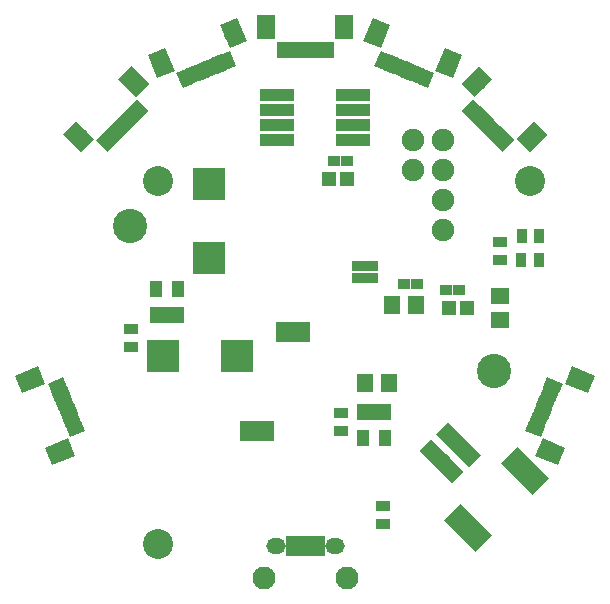
<source format=gbs>
G04 #@! TF.GenerationSoftware,KiCad,Pcbnew,no-vcs-found-7448~57~ubuntu16.10.1*
G04 #@! TF.CreationDate,2017-01-12T10:04:47-05:00*
G04 #@! TF.ProjectId,featherlight,666561746865726C696768742E6B6963,rev?*
G04 #@! TF.FileFunction,Soldermask,Bot*
G04 #@! TF.FilePolarity,Negative*
%FSLAX46Y46*%
G04 Gerber Fmt 4.6, Leading zero omitted, Abs format (unit mm)*
G04 Created by KiCad (PCBNEW no-vcs-found-7448~57~ubuntu16.10.1) date Thu Jan 12 10:04:47 2017*
%MOMM*%
%LPD*%
G01*
G04 APERTURE LIST*
%ADD10C,0.100000*%
%ADD11R,1.300000X0.900000*%
%ADD12C,0.900000*%
%ADD13C,1.600000*%
%ADD14R,1.010000X1.110000*%
%ADD15R,1.100000X0.650000*%
%ADD16R,0.800000X0.900000*%
%ADD17R,0.700000X0.900000*%
%ADD18R,1.650000X1.400000*%
%ADD19R,0.800000X1.750000*%
%ADD20O,1.650000X1.350000*%
%ADD21C,1.950000*%
%ADD22R,0.900000X1.300000*%
%ADD23C,2.000000*%
%ADD24C,1.400000*%
%ADD25R,1.600000X2.100000*%
%ADD26R,0.900000X1.400000*%
%ADD27R,1.000000X0.900000*%
%ADD28R,1.050000X1.460000*%
%ADD29C,1.900000*%
%ADD30R,1.200000X1.150000*%
%ADD31C,2.540000*%
%ADD32R,1.400000X1.650000*%
%ADD33R,2.975000X1.050000*%
%ADD34R,2.770000X2.830000*%
%ADD35R,2.830000X2.770000*%
%ADD36C,2.900000*%
G04 APERTURE END LIST*
D10*
D11*
X29718000Y-47740000D03*
X29718000Y-46240000D03*
D12*
X50977269Y-23465530D03*
D10*
G36*
X50293645Y-23940038D02*
X50829402Y-22646607D01*
X51660893Y-22991022D01*
X51125136Y-24284453D01*
X50293645Y-23940038D01*
X50293645Y-23940038D01*
G37*
D12*
X51716371Y-23771676D03*
D10*
G36*
X51032747Y-24246184D02*
X51568504Y-22952753D01*
X52399995Y-23297168D01*
X51864238Y-24590599D01*
X51032747Y-24246184D01*
X51032747Y-24246184D01*
G37*
D12*
X52455475Y-24077823D03*
D10*
G36*
X51771851Y-24552331D02*
X52307608Y-23258900D01*
X53139099Y-23603315D01*
X52603342Y-24896746D01*
X51771851Y-24552331D01*
X51771851Y-24552331D01*
G37*
D12*
X53194578Y-24383970D03*
D10*
G36*
X52510954Y-24858478D02*
X53046711Y-23565047D01*
X53878202Y-23909462D01*
X53342445Y-25202893D01*
X52510954Y-24858478D01*
X52510954Y-24858478D01*
G37*
D12*
X53933682Y-24690117D03*
D10*
G36*
X53250058Y-25164625D02*
X53785815Y-23871194D01*
X54617306Y-24215609D01*
X54081549Y-25509040D01*
X53250058Y-25164625D01*
X53250058Y-25164625D01*
G37*
D12*
X54672786Y-24996263D03*
D10*
G36*
X53989162Y-25470771D02*
X54524919Y-24177340D01*
X55356410Y-24521755D01*
X54820653Y-25815186D01*
X53989162Y-25470771D01*
X53989162Y-25470771D01*
G37*
D13*
X56620062Y-23692187D03*
D10*
G36*
X55479141Y-24356114D02*
X56282776Y-22415967D01*
X57760983Y-23028260D01*
X56957348Y-24968407D01*
X55479141Y-24356114D01*
X55479141Y-24356114D01*
G37*
D13*
X50522457Y-21166476D03*
D10*
G36*
X49381536Y-21830403D02*
X50185171Y-19890256D01*
X51663378Y-20502549D01*
X50859743Y-22442696D01*
X49381536Y-21830403D01*
X49381536Y-21830403D01*
G37*
D13*
X23692187Y-56620062D03*
D10*
G36*
X24968407Y-56957348D02*
X23028260Y-57760983D01*
X22415967Y-56282776D01*
X24356114Y-55479141D01*
X24968407Y-56957348D01*
X24968407Y-56957348D01*
G37*
D13*
X21166476Y-50522457D03*
D10*
G36*
X22442696Y-50859743D02*
X20502549Y-51663378D01*
X19890256Y-50185171D01*
X21830403Y-49381536D01*
X22442696Y-50859743D01*
X22442696Y-50859743D01*
G37*
D12*
X23465530Y-50977269D03*
D10*
G36*
X24284453Y-51125136D02*
X22991022Y-51660893D01*
X22646607Y-50829402D01*
X23940038Y-50293645D01*
X24284453Y-51125136D01*
X24284453Y-51125136D01*
G37*
D12*
X23771676Y-51716371D03*
D10*
G36*
X24590599Y-51864238D02*
X23297168Y-52399995D01*
X22952753Y-51568504D01*
X24246184Y-51032747D01*
X24590599Y-51864238D01*
X24590599Y-51864238D01*
G37*
D12*
X24077823Y-52455475D03*
D10*
G36*
X24896746Y-52603342D02*
X23603315Y-53139099D01*
X23258900Y-52307608D01*
X24552331Y-51771851D01*
X24896746Y-52603342D01*
X24896746Y-52603342D01*
G37*
D12*
X24383970Y-53194578D03*
D10*
G36*
X25202893Y-53342445D02*
X23909462Y-53878202D01*
X23565047Y-53046711D01*
X24858478Y-52510954D01*
X25202893Y-53342445D01*
X25202893Y-53342445D01*
G37*
D12*
X24690117Y-53933682D03*
D10*
G36*
X25509040Y-54081549D02*
X24215609Y-54617306D01*
X23871194Y-53785815D01*
X25164625Y-53250058D01*
X25509040Y-54081549D01*
X25509040Y-54081549D01*
G37*
D12*
X24996263Y-54672786D03*
D10*
G36*
X25815186Y-54820653D02*
X24521755Y-55356410D01*
X24177340Y-54524919D01*
X25470771Y-53989162D01*
X25815186Y-54820653D01*
X25815186Y-54820653D01*
G37*
D13*
X67733524Y-50522457D03*
D10*
G36*
X67069597Y-49381536D02*
X69009744Y-50185171D01*
X68397451Y-51663378D01*
X66457304Y-50859743D01*
X67069597Y-49381536D01*
X67069597Y-49381536D01*
G37*
D13*
X65207813Y-56620062D03*
D10*
G36*
X64543886Y-55479141D02*
X66484033Y-56282776D01*
X65871740Y-57760983D01*
X63931593Y-56957348D01*
X64543886Y-55479141D01*
X64543886Y-55479141D01*
G37*
D12*
X63903737Y-54672786D03*
D10*
G36*
X63429229Y-53989162D02*
X64722660Y-54524919D01*
X64378245Y-55356410D01*
X63084814Y-54820653D01*
X63429229Y-53989162D01*
X63429229Y-53989162D01*
G37*
D12*
X64209883Y-53933682D03*
D10*
G36*
X63735375Y-53250058D02*
X65028806Y-53785815D01*
X64684391Y-54617306D01*
X63390960Y-54081549D01*
X63735375Y-53250058D01*
X63735375Y-53250058D01*
G37*
D12*
X64516030Y-53194578D03*
D10*
G36*
X64041522Y-52510954D02*
X65334953Y-53046711D01*
X64990538Y-53878202D01*
X63697107Y-53342445D01*
X64041522Y-52510954D01*
X64041522Y-52510954D01*
G37*
D12*
X64822177Y-52455475D03*
D10*
G36*
X64347669Y-51771851D02*
X65641100Y-52307608D01*
X65296685Y-53139099D01*
X64003254Y-52603342D01*
X64347669Y-51771851D01*
X64347669Y-51771851D01*
G37*
D12*
X65128324Y-51716371D03*
D10*
G36*
X64653816Y-51032747D02*
X65947247Y-51568504D01*
X65602832Y-52399995D01*
X64309401Y-51864238D01*
X64653816Y-51032747D01*
X64653816Y-51032747D01*
G37*
D12*
X65434470Y-50977269D03*
D10*
G36*
X64959962Y-50293645D02*
X66253393Y-50829402D01*
X65908978Y-51660893D01*
X64615547Y-51125136D01*
X64959962Y-50293645D01*
X64959962Y-50293645D01*
G37*
D13*
X58970438Y-25262658D03*
D10*
G36*
X57662290Y-25439435D02*
X59147215Y-23954510D01*
X60278586Y-25085881D01*
X58793661Y-26570806D01*
X57662290Y-25439435D01*
X57662290Y-25439435D01*
G37*
D13*
X63637342Y-29929562D03*
D10*
G36*
X62329194Y-30106339D02*
X63814119Y-28621414D01*
X64945490Y-29752785D01*
X63460565Y-31237710D01*
X62329194Y-30106339D01*
X62329194Y-30106339D01*
G37*
D12*
X61339245Y-30389182D03*
D10*
G36*
X60526072Y-30565959D02*
X61516022Y-29576009D01*
X62152418Y-30212405D01*
X61162468Y-31202355D01*
X60526072Y-30565959D01*
X60526072Y-30565959D01*
G37*
D12*
X60773560Y-29823496D03*
D10*
G36*
X59960387Y-30000273D02*
X60950337Y-29010323D01*
X61586733Y-29646719D01*
X60596783Y-30636669D01*
X59960387Y-30000273D01*
X59960387Y-30000273D01*
G37*
D12*
X60207875Y-29257811D03*
D10*
G36*
X59394702Y-29434588D02*
X60384652Y-28444638D01*
X61021048Y-29081034D01*
X60031098Y-30070984D01*
X59394702Y-29434588D01*
X59394702Y-29434588D01*
G37*
D12*
X59642189Y-28692125D03*
D10*
G36*
X58829016Y-28868902D02*
X59818966Y-27878952D01*
X60455362Y-28515348D01*
X59465412Y-29505298D01*
X58829016Y-28868902D01*
X58829016Y-28868902D01*
G37*
D12*
X59076504Y-28126440D03*
D10*
G36*
X58263331Y-28303217D02*
X59253281Y-27313267D01*
X59889677Y-27949663D01*
X58899727Y-28939613D01*
X58263331Y-28303217D01*
X58263331Y-28303217D01*
G37*
D12*
X58510819Y-27560755D03*
D10*
G36*
X57697646Y-27737532D02*
X58687596Y-26747582D01*
X59323992Y-27383978D01*
X58334042Y-28373928D01*
X57697646Y-27737532D01*
X57697646Y-27737532D01*
G37*
D14*
X40386000Y-54509000D03*
X40386000Y-55219000D03*
D15*
X39461000Y-54364000D03*
X39461000Y-54864000D03*
X39461000Y-55364000D03*
X41311000Y-55364000D03*
X41311000Y-54864000D03*
X41311000Y-54364000D03*
D16*
X48780000Y-40902000D03*
D17*
X49280000Y-40902000D03*
D16*
X50280000Y-40902000D03*
D17*
X49780000Y-40902000D03*
D16*
X48780000Y-41902000D03*
D17*
X49780000Y-41902000D03*
X49280000Y-41902000D03*
D16*
X50280000Y-41902000D03*
D18*
X60960000Y-45434000D03*
X60960000Y-43434000D03*
D19*
X45750000Y-64604460D03*
X45100000Y-64604460D03*
X44450000Y-64604460D03*
X43800000Y-64604460D03*
X43150000Y-64604460D03*
D20*
X46950000Y-64604460D03*
X41950000Y-64604460D03*
D21*
X47950000Y-67304460D03*
X40950000Y-67304460D03*
D22*
X64268496Y-38354000D03*
X62768496Y-38354000D03*
D23*
X58232058Y-63040384D03*
D10*
G36*
X57595662Y-60989774D02*
X60282668Y-63676780D01*
X58868454Y-65090994D01*
X56181448Y-62403988D01*
X57595662Y-60989774D01*
X57595662Y-60989774D01*
G37*
D23*
X63040384Y-58232058D03*
D10*
G36*
X62403988Y-56181448D02*
X65090994Y-58868454D01*
X63676780Y-60282668D01*
X60989774Y-57595662D01*
X62403988Y-56181448D01*
X62403988Y-56181448D01*
G37*
D24*
X56004672Y-57418885D03*
D10*
G36*
X55120789Y-55545052D02*
X57878505Y-58302768D01*
X56888555Y-59292718D01*
X54130839Y-56535002D01*
X55120789Y-55545052D01*
X55120789Y-55545052D01*
G37*
D24*
X57418885Y-56004672D03*
D10*
G36*
X56535002Y-54130839D02*
X59292718Y-56888555D01*
X58302768Y-57878505D01*
X55545052Y-55120789D01*
X56535002Y-54130839D01*
X56535002Y-54130839D01*
G37*
D12*
X27560755Y-30389182D03*
D10*
G36*
X27737532Y-31202355D02*
X26747582Y-30212405D01*
X27383978Y-29576009D01*
X28373928Y-30565959D01*
X27737532Y-31202355D01*
X27737532Y-31202355D01*
G37*
D12*
X28126440Y-29823496D03*
D10*
G36*
X28303217Y-30636669D02*
X27313267Y-29646719D01*
X27949663Y-29010323D01*
X28939613Y-30000273D01*
X28303217Y-30636669D01*
X28303217Y-30636669D01*
G37*
D12*
X28692125Y-29257811D03*
D10*
G36*
X28868902Y-30070984D02*
X27878952Y-29081034D01*
X28515348Y-28444638D01*
X29505298Y-29434588D01*
X28868902Y-30070984D01*
X28868902Y-30070984D01*
G37*
D12*
X29257811Y-28692125D03*
D10*
G36*
X29434588Y-29505298D02*
X28444638Y-28515348D01*
X29081034Y-27878952D01*
X30070984Y-28868902D01*
X29434588Y-29505298D01*
X29434588Y-29505298D01*
G37*
D12*
X29823496Y-28126440D03*
D10*
G36*
X30000273Y-28939613D02*
X29010323Y-27949663D01*
X29646719Y-27313267D01*
X30636669Y-28303217D01*
X30000273Y-28939613D01*
X30000273Y-28939613D01*
G37*
D12*
X30389182Y-27560755D03*
D10*
G36*
X30565959Y-28373928D02*
X29576009Y-27383978D01*
X30212405Y-26747582D01*
X31202355Y-27737532D01*
X30565959Y-28373928D01*
X30565959Y-28373928D01*
G37*
D13*
X29929562Y-25262658D03*
D10*
G36*
X30106339Y-26570806D02*
X28621414Y-25085881D01*
X29752785Y-23954510D01*
X31237710Y-25439435D01*
X30106339Y-26570806D01*
X30106339Y-26570806D01*
G37*
D13*
X25262658Y-29929562D03*
D10*
G36*
X25439435Y-31237710D02*
X23954510Y-29752785D01*
X25085881Y-28621414D01*
X26570806Y-30106339D01*
X25439435Y-31237710D01*
X25439435Y-31237710D01*
G37*
D12*
X34227214Y-24996263D03*
D10*
G36*
X34079347Y-25815186D02*
X33543590Y-24521755D01*
X34375081Y-24177340D01*
X34910838Y-25470771D01*
X34079347Y-25815186D01*
X34079347Y-25815186D01*
G37*
D12*
X34966318Y-24690117D03*
D10*
G36*
X34818451Y-25509040D02*
X34282694Y-24215609D01*
X35114185Y-23871194D01*
X35649942Y-25164625D01*
X34818451Y-25509040D01*
X34818451Y-25509040D01*
G37*
D12*
X35705422Y-24383970D03*
D10*
G36*
X35557555Y-25202893D02*
X35021798Y-23909462D01*
X35853289Y-23565047D01*
X36389046Y-24858478D01*
X35557555Y-25202893D01*
X35557555Y-25202893D01*
G37*
D12*
X36444525Y-24077823D03*
D10*
G36*
X36296658Y-24896746D02*
X35760901Y-23603315D01*
X36592392Y-23258900D01*
X37128149Y-24552331D01*
X36296658Y-24896746D01*
X36296658Y-24896746D01*
G37*
D12*
X37183629Y-23771676D03*
D10*
G36*
X37035762Y-24590599D02*
X36500005Y-23297168D01*
X37331496Y-22952753D01*
X37867253Y-24246184D01*
X37035762Y-24590599D01*
X37035762Y-24590599D01*
G37*
D12*
X37922731Y-23465530D03*
D10*
G36*
X37774864Y-24284453D02*
X37239107Y-22991022D01*
X38070598Y-22646607D01*
X38606355Y-23940038D01*
X37774864Y-24284453D01*
X37774864Y-24284453D01*
G37*
D13*
X38377543Y-21166476D03*
D10*
G36*
X38040257Y-22442696D02*
X37236622Y-20502549D01*
X38714829Y-19890256D01*
X39518464Y-21830403D01*
X38040257Y-22442696D01*
X38040257Y-22442696D01*
G37*
D13*
X32279938Y-23692187D03*
D10*
G36*
X31942652Y-24968407D02*
X31139017Y-23028260D01*
X32617224Y-22415967D01*
X33420859Y-24356114D01*
X31942652Y-24968407D01*
X31942652Y-24968407D01*
G37*
D25*
X41150000Y-20615000D03*
X47750000Y-20615000D03*
D26*
X46450000Y-22565000D03*
X45650000Y-22565000D03*
X44850000Y-22565000D03*
X44050000Y-22565000D03*
X43250000Y-22565000D03*
X42450000Y-22565000D03*
D27*
X52790000Y-42418000D03*
X53890000Y-42418000D03*
D28*
X33716000Y-42842000D03*
X31816000Y-42842000D03*
X31816000Y-45042000D03*
X32766000Y-45042000D03*
X33716000Y-45042000D03*
D29*
X56134000Y-37846000D03*
X56134000Y-35306000D03*
X56134000Y-32766000D03*
X56134000Y-30226000D03*
D30*
X56654000Y-44450000D03*
X58154000Y-44450000D03*
D27*
X56346000Y-42926000D03*
X57446000Y-42926000D03*
D11*
X60960000Y-38874000D03*
X60960000Y-40374000D03*
D31*
X32004000Y-33655000D03*
X32004000Y-64389000D03*
X63500000Y-33655000D03*
D11*
X51054000Y-62726000D03*
X51054000Y-61226000D03*
D22*
X62756496Y-40386000D03*
X64256496Y-40386000D03*
D11*
X47498000Y-53352000D03*
X47498000Y-54852000D03*
D28*
X49342000Y-55456000D03*
X51242000Y-55456000D03*
X51242000Y-53256000D03*
X50292000Y-53256000D03*
X49342000Y-53256000D03*
D29*
X53594000Y-30226000D03*
D32*
X51546000Y-50800000D03*
X49546000Y-50800000D03*
X51832000Y-44196000D03*
X53832000Y-44196000D03*
D14*
X43434000Y-46101000D03*
X43434000Y-46811000D03*
D15*
X42509000Y-45956000D03*
X42509000Y-46456000D03*
X42509000Y-46956000D03*
X44359000Y-46956000D03*
X44359000Y-46456000D03*
X44359000Y-45956000D03*
D30*
X46506000Y-33528000D03*
X48006000Y-33528000D03*
D27*
X46906000Y-32004000D03*
X48006000Y-32004000D03*
D29*
X53594000Y-32766000D03*
D33*
X42093500Y-30226000D03*
X42093500Y-28956000D03*
X42093500Y-27686000D03*
X42093500Y-26416000D03*
X48518500Y-26416000D03*
X48518500Y-27686000D03*
X48518500Y-28956000D03*
X48518500Y-30226000D03*
D34*
X32440000Y-48514000D03*
X38680000Y-48514000D03*
D35*
X36322000Y-40204000D03*
X36322000Y-33964000D03*
D36*
X29591000Y-37465000D03*
X60452000Y-49784000D03*
M02*

</source>
